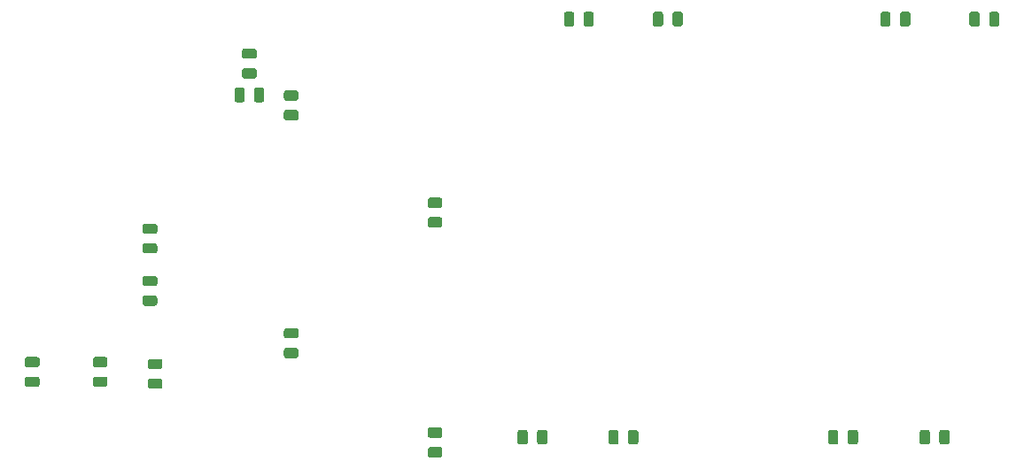
<source format=gbr>
G04 #@! TF.GenerationSoftware,KiCad,Pcbnew,5.1.5*
G04 #@! TF.CreationDate,2020-04-11T18:36:45+02:00*
G04 #@! TF.ProjectId,h_bridge,685f6272-6964-4676-952e-6b696361645f,rev?*
G04 #@! TF.SameCoordinates,Original*
G04 #@! TF.FileFunction,Paste,Top*
G04 #@! TF.FilePolarity,Positive*
%FSLAX46Y46*%
G04 Gerber Fmt 4.6, Leading zero omitted, Abs format (unit mm)*
G04 Created by KiCad (PCBNEW 5.1.5) date 2020-04-11 18:36:45*
%MOMM*%
%LPD*%
G04 APERTURE LIST*
%ADD10C,0.100000*%
G04 APERTURE END LIST*
D10*
G36*
X195830142Y-108551174D02*
G01*
X195853803Y-108554684D01*
X195877007Y-108560496D01*
X195899529Y-108568554D01*
X195921153Y-108578782D01*
X195941670Y-108591079D01*
X195960883Y-108605329D01*
X195978607Y-108621393D01*
X195994671Y-108639117D01*
X196008921Y-108658330D01*
X196021218Y-108678847D01*
X196031446Y-108700471D01*
X196039504Y-108722993D01*
X196045316Y-108746197D01*
X196048826Y-108769858D01*
X196050000Y-108793750D01*
X196050000Y-109706250D01*
X196048826Y-109730142D01*
X196045316Y-109753803D01*
X196039504Y-109777007D01*
X196031446Y-109799529D01*
X196021218Y-109821153D01*
X196008921Y-109841670D01*
X195994671Y-109860883D01*
X195978607Y-109878607D01*
X195960883Y-109894671D01*
X195941670Y-109908921D01*
X195921153Y-109921218D01*
X195899529Y-109931446D01*
X195877007Y-109939504D01*
X195853803Y-109945316D01*
X195830142Y-109948826D01*
X195806250Y-109950000D01*
X195318750Y-109950000D01*
X195294858Y-109948826D01*
X195271197Y-109945316D01*
X195247993Y-109939504D01*
X195225471Y-109931446D01*
X195203847Y-109921218D01*
X195183330Y-109908921D01*
X195164117Y-109894671D01*
X195146393Y-109878607D01*
X195130329Y-109860883D01*
X195116079Y-109841670D01*
X195103782Y-109821153D01*
X195093554Y-109799529D01*
X195085496Y-109777007D01*
X195079684Y-109753803D01*
X195076174Y-109730142D01*
X195075000Y-109706250D01*
X195075000Y-108793750D01*
X195076174Y-108769858D01*
X195079684Y-108746197D01*
X195085496Y-108722993D01*
X195093554Y-108700471D01*
X195103782Y-108678847D01*
X195116079Y-108658330D01*
X195130329Y-108639117D01*
X195146393Y-108621393D01*
X195164117Y-108605329D01*
X195183330Y-108591079D01*
X195203847Y-108578782D01*
X195225471Y-108568554D01*
X195247993Y-108560496D01*
X195271197Y-108554684D01*
X195294858Y-108551174D01*
X195318750Y-108550000D01*
X195806250Y-108550000D01*
X195830142Y-108551174D01*
G37*
G36*
X197705142Y-108551174D02*
G01*
X197728803Y-108554684D01*
X197752007Y-108560496D01*
X197774529Y-108568554D01*
X197796153Y-108578782D01*
X197816670Y-108591079D01*
X197835883Y-108605329D01*
X197853607Y-108621393D01*
X197869671Y-108639117D01*
X197883921Y-108658330D01*
X197896218Y-108678847D01*
X197906446Y-108700471D01*
X197914504Y-108722993D01*
X197920316Y-108746197D01*
X197923826Y-108769858D01*
X197925000Y-108793750D01*
X197925000Y-109706250D01*
X197923826Y-109730142D01*
X197920316Y-109753803D01*
X197914504Y-109777007D01*
X197906446Y-109799529D01*
X197896218Y-109821153D01*
X197883921Y-109841670D01*
X197869671Y-109860883D01*
X197853607Y-109878607D01*
X197835883Y-109894671D01*
X197816670Y-109908921D01*
X197796153Y-109921218D01*
X197774529Y-109931446D01*
X197752007Y-109939504D01*
X197728803Y-109945316D01*
X197705142Y-109948826D01*
X197681250Y-109950000D01*
X197193750Y-109950000D01*
X197169858Y-109948826D01*
X197146197Y-109945316D01*
X197122993Y-109939504D01*
X197100471Y-109931446D01*
X197078847Y-109921218D01*
X197058330Y-109908921D01*
X197039117Y-109894671D01*
X197021393Y-109878607D01*
X197005329Y-109860883D01*
X196991079Y-109841670D01*
X196978782Y-109821153D01*
X196968554Y-109799529D01*
X196960496Y-109777007D01*
X196954684Y-109753803D01*
X196951174Y-109730142D01*
X196950000Y-109706250D01*
X196950000Y-108793750D01*
X196951174Y-108769858D01*
X196954684Y-108746197D01*
X196960496Y-108722993D01*
X196968554Y-108700471D01*
X196978782Y-108678847D01*
X196991079Y-108658330D01*
X197005329Y-108639117D01*
X197021393Y-108621393D01*
X197039117Y-108605329D01*
X197058330Y-108591079D01*
X197078847Y-108578782D01*
X197100471Y-108568554D01*
X197122993Y-108560496D01*
X197146197Y-108554684D01*
X197169858Y-108551174D01*
X197193750Y-108550000D01*
X197681250Y-108550000D01*
X197705142Y-108551174D01*
G37*
G36*
X187330142Y-108551174D02*
G01*
X187353803Y-108554684D01*
X187377007Y-108560496D01*
X187399529Y-108568554D01*
X187421153Y-108578782D01*
X187441670Y-108591079D01*
X187460883Y-108605329D01*
X187478607Y-108621393D01*
X187494671Y-108639117D01*
X187508921Y-108658330D01*
X187521218Y-108678847D01*
X187531446Y-108700471D01*
X187539504Y-108722993D01*
X187545316Y-108746197D01*
X187548826Y-108769858D01*
X187550000Y-108793750D01*
X187550000Y-109706250D01*
X187548826Y-109730142D01*
X187545316Y-109753803D01*
X187539504Y-109777007D01*
X187531446Y-109799529D01*
X187521218Y-109821153D01*
X187508921Y-109841670D01*
X187494671Y-109860883D01*
X187478607Y-109878607D01*
X187460883Y-109894671D01*
X187441670Y-109908921D01*
X187421153Y-109921218D01*
X187399529Y-109931446D01*
X187377007Y-109939504D01*
X187353803Y-109945316D01*
X187330142Y-109948826D01*
X187306250Y-109950000D01*
X186818750Y-109950000D01*
X186794858Y-109948826D01*
X186771197Y-109945316D01*
X186747993Y-109939504D01*
X186725471Y-109931446D01*
X186703847Y-109921218D01*
X186683330Y-109908921D01*
X186664117Y-109894671D01*
X186646393Y-109878607D01*
X186630329Y-109860883D01*
X186616079Y-109841670D01*
X186603782Y-109821153D01*
X186593554Y-109799529D01*
X186585496Y-109777007D01*
X186579684Y-109753803D01*
X186576174Y-109730142D01*
X186575000Y-109706250D01*
X186575000Y-108793750D01*
X186576174Y-108769858D01*
X186579684Y-108746197D01*
X186585496Y-108722993D01*
X186593554Y-108700471D01*
X186603782Y-108678847D01*
X186616079Y-108658330D01*
X186630329Y-108639117D01*
X186646393Y-108621393D01*
X186664117Y-108605329D01*
X186683330Y-108591079D01*
X186703847Y-108578782D01*
X186725471Y-108568554D01*
X186747993Y-108560496D01*
X186771197Y-108554684D01*
X186794858Y-108551174D01*
X186818750Y-108550000D01*
X187306250Y-108550000D01*
X187330142Y-108551174D01*
G37*
G36*
X189205142Y-108551174D02*
G01*
X189228803Y-108554684D01*
X189252007Y-108560496D01*
X189274529Y-108568554D01*
X189296153Y-108578782D01*
X189316670Y-108591079D01*
X189335883Y-108605329D01*
X189353607Y-108621393D01*
X189369671Y-108639117D01*
X189383921Y-108658330D01*
X189396218Y-108678847D01*
X189406446Y-108700471D01*
X189414504Y-108722993D01*
X189420316Y-108746197D01*
X189423826Y-108769858D01*
X189425000Y-108793750D01*
X189425000Y-109706250D01*
X189423826Y-109730142D01*
X189420316Y-109753803D01*
X189414504Y-109777007D01*
X189406446Y-109799529D01*
X189396218Y-109821153D01*
X189383921Y-109841670D01*
X189369671Y-109860883D01*
X189353607Y-109878607D01*
X189335883Y-109894671D01*
X189316670Y-109908921D01*
X189296153Y-109921218D01*
X189274529Y-109931446D01*
X189252007Y-109939504D01*
X189228803Y-109945316D01*
X189205142Y-109948826D01*
X189181250Y-109950000D01*
X188693750Y-109950000D01*
X188669858Y-109948826D01*
X188646197Y-109945316D01*
X188622993Y-109939504D01*
X188600471Y-109931446D01*
X188578847Y-109921218D01*
X188558330Y-109908921D01*
X188539117Y-109894671D01*
X188521393Y-109878607D01*
X188505329Y-109860883D01*
X188491079Y-109841670D01*
X188478782Y-109821153D01*
X188468554Y-109799529D01*
X188460496Y-109777007D01*
X188454684Y-109753803D01*
X188451174Y-109730142D01*
X188450000Y-109706250D01*
X188450000Y-108793750D01*
X188451174Y-108769858D01*
X188454684Y-108746197D01*
X188460496Y-108722993D01*
X188468554Y-108700471D01*
X188478782Y-108678847D01*
X188491079Y-108658330D01*
X188505329Y-108639117D01*
X188521393Y-108621393D01*
X188539117Y-108605329D01*
X188558330Y-108591079D01*
X188578847Y-108578782D01*
X188600471Y-108568554D01*
X188622993Y-108560496D01*
X188646197Y-108554684D01*
X188669858Y-108551174D01*
X188693750Y-108550000D01*
X189181250Y-108550000D01*
X189205142Y-108551174D01*
G37*
G36*
X125580142Y-115801174D02*
G01*
X125603803Y-115804684D01*
X125627007Y-115810496D01*
X125649529Y-115818554D01*
X125671153Y-115828782D01*
X125691670Y-115841079D01*
X125710883Y-115855329D01*
X125728607Y-115871393D01*
X125744671Y-115889117D01*
X125758921Y-115908330D01*
X125771218Y-115928847D01*
X125781446Y-115950471D01*
X125789504Y-115972993D01*
X125795316Y-115996197D01*
X125798826Y-116019858D01*
X125800000Y-116043750D01*
X125800000Y-116956250D01*
X125798826Y-116980142D01*
X125795316Y-117003803D01*
X125789504Y-117027007D01*
X125781446Y-117049529D01*
X125771218Y-117071153D01*
X125758921Y-117091670D01*
X125744671Y-117110883D01*
X125728607Y-117128607D01*
X125710883Y-117144671D01*
X125691670Y-117158921D01*
X125671153Y-117171218D01*
X125649529Y-117181446D01*
X125627007Y-117189504D01*
X125603803Y-117195316D01*
X125580142Y-117198826D01*
X125556250Y-117200000D01*
X125068750Y-117200000D01*
X125044858Y-117198826D01*
X125021197Y-117195316D01*
X124997993Y-117189504D01*
X124975471Y-117181446D01*
X124953847Y-117171218D01*
X124933330Y-117158921D01*
X124914117Y-117144671D01*
X124896393Y-117128607D01*
X124880329Y-117110883D01*
X124866079Y-117091670D01*
X124853782Y-117071153D01*
X124843554Y-117049529D01*
X124835496Y-117027007D01*
X124829684Y-117003803D01*
X124826174Y-116980142D01*
X124825000Y-116956250D01*
X124825000Y-116043750D01*
X124826174Y-116019858D01*
X124829684Y-115996197D01*
X124835496Y-115972993D01*
X124843554Y-115950471D01*
X124853782Y-115928847D01*
X124866079Y-115908330D01*
X124880329Y-115889117D01*
X124896393Y-115871393D01*
X124914117Y-115855329D01*
X124933330Y-115841079D01*
X124953847Y-115828782D01*
X124975471Y-115818554D01*
X124997993Y-115810496D01*
X125021197Y-115804684D01*
X125044858Y-115801174D01*
X125068750Y-115800000D01*
X125556250Y-115800000D01*
X125580142Y-115801174D01*
G37*
G36*
X127455142Y-115801174D02*
G01*
X127478803Y-115804684D01*
X127502007Y-115810496D01*
X127524529Y-115818554D01*
X127546153Y-115828782D01*
X127566670Y-115841079D01*
X127585883Y-115855329D01*
X127603607Y-115871393D01*
X127619671Y-115889117D01*
X127633921Y-115908330D01*
X127646218Y-115928847D01*
X127656446Y-115950471D01*
X127664504Y-115972993D01*
X127670316Y-115996197D01*
X127673826Y-116019858D01*
X127675000Y-116043750D01*
X127675000Y-116956250D01*
X127673826Y-116980142D01*
X127670316Y-117003803D01*
X127664504Y-117027007D01*
X127656446Y-117049529D01*
X127646218Y-117071153D01*
X127633921Y-117091670D01*
X127619671Y-117110883D01*
X127603607Y-117128607D01*
X127585883Y-117144671D01*
X127566670Y-117158921D01*
X127546153Y-117171218D01*
X127524529Y-117181446D01*
X127502007Y-117189504D01*
X127478803Y-117195316D01*
X127455142Y-117198826D01*
X127431250Y-117200000D01*
X126943750Y-117200000D01*
X126919858Y-117198826D01*
X126896197Y-117195316D01*
X126872993Y-117189504D01*
X126850471Y-117181446D01*
X126828847Y-117171218D01*
X126808330Y-117158921D01*
X126789117Y-117144671D01*
X126771393Y-117128607D01*
X126755329Y-117110883D01*
X126741079Y-117091670D01*
X126728782Y-117071153D01*
X126718554Y-117049529D01*
X126710496Y-117027007D01*
X126704684Y-117003803D01*
X126701174Y-116980142D01*
X126700000Y-116956250D01*
X126700000Y-116043750D01*
X126701174Y-116019858D01*
X126704684Y-115996197D01*
X126710496Y-115972993D01*
X126718554Y-115950471D01*
X126728782Y-115928847D01*
X126741079Y-115908330D01*
X126755329Y-115889117D01*
X126771393Y-115871393D01*
X126789117Y-115855329D01*
X126808330Y-115841079D01*
X126828847Y-115828782D01*
X126850471Y-115818554D01*
X126872993Y-115810496D01*
X126896197Y-115804684D01*
X126919858Y-115801174D01*
X126943750Y-115800000D01*
X127431250Y-115800000D01*
X127455142Y-115801174D01*
G37*
G36*
X126730142Y-113951174D02*
G01*
X126753803Y-113954684D01*
X126777007Y-113960496D01*
X126799529Y-113968554D01*
X126821153Y-113978782D01*
X126841670Y-113991079D01*
X126860883Y-114005329D01*
X126878607Y-114021393D01*
X126894671Y-114039117D01*
X126908921Y-114058330D01*
X126921218Y-114078847D01*
X126931446Y-114100471D01*
X126939504Y-114122993D01*
X126945316Y-114146197D01*
X126948826Y-114169858D01*
X126950000Y-114193750D01*
X126950000Y-114681250D01*
X126948826Y-114705142D01*
X126945316Y-114728803D01*
X126939504Y-114752007D01*
X126931446Y-114774529D01*
X126921218Y-114796153D01*
X126908921Y-114816670D01*
X126894671Y-114835883D01*
X126878607Y-114853607D01*
X126860883Y-114869671D01*
X126841670Y-114883921D01*
X126821153Y-114896218D01*
X126799529Y-114906446D01*
X126777007Y-114914504D01*
X126753803Y-114920316D01*
X126730142Y-114923826D01*
X126706250Y-114925000D01*
X125793750Y-114925000D01*
X125769858Y-114923826D01*
X125746197Y-114920316D01*
X125722993Y-114914504D01*
X125700471Y-114906446D01*
X125678847Y-114896218D01*
X125658330Y-114883921D01*
X125639117Y-114869671D01*
X125621393Y-114853607D01*
X125605329Y-114835883D01*
X125591079Y-114816670D01*
X125578782Y-114796153D01*
X125568554Y-114774529D01*
X125560496Y-114752007D01*
X125554684Y-114728803D01*
X125551174Y-114705142D01*
X125550000Y-114681250D01*
X125550000Y-114193750D01*
X125551174Y-114169858D01*
X125554684Y-114146197D01*
X125560496Y-114122993D01*
X125568554Y-114100471D01*
X125578782Y-114078847D01*
X125591079Y-114058330D01*
X125605329Y-114039117D01*
X125621393Y-114021393D01*
X125639117Y-114005329D01*
X125658330Y-113991079D01*
X125678847Y-113978782D01*
X125700471Y-113968554D01*
X125722993Y-113960496D01*
X125746197Y-113954684D01*
X125769858Y-113951174D01*
X125793750Y-113950000D01*
X126706250Y-113950000D01*
X126730142Y-113951174D01*
G37*
G36*
X126730142Y-112076174D02*
G01*
X126753803Y-112079684D01*
X126777007Y-112085496D01*
X126799529Y-112093554D01*
X126821153Y-112103782D01*
X126841670Y-112116079D01*
X126860883Y-112130329D01*
X126878607Y-112146393D01*
X126894671Y-112164117D01*
X126908921Y-112183330D01*
X126921218Y-112203847D01*
X126931446Y-112225471D01*
X126939504Y-112247993D01*
X126945316Y-112271197D01*
X126948826Y-112294858D01*
X126950000Y-112318750D01*
X126950000Y-112806250D01*
X126948826Y-112830142D01*
X126945316Y-112853803D01*
X126939504Y-112877007D01*
X126931446Y-112899529D01*
X126921218Y-112921153D01*
X126908921Y-112941670D01*
X126894671Y-112960883D01*
X126878607Y-112978607D01*
X126860883Y-112994671D01*
X126841670Y-113008921D01*
X126821153Y-113021218D01*
X126799529Y-113031446D01*
X126777007Y-113039504D01*
X126753803Y-113045316D01*
X126730142Y-113048826D01*
X126706250Y-113050000D01*
X125793750Y-113050000D01*
X125769858Y-113048826D01*
X125746197Y-113045316D01*
X125722993Y-113039504D01*
X125700471Y-113031446D01*
X125678847Y-113021218D01*
X125658330Y-113008921D01*
X125639117Y-112994671D01*
X125621393Y-112978607D01*
X125605329Y-112960883D01*
X125591079Y-112941670D01*
X125578782Y-112921153D01*
X125568554Y-112899529D01*
X125560496Y-112877007D01*
X125554684Y-112853803D01*
X125551174Y-112830142D01*
X125550000Y-112806250D01*
X125550000Y-112318750D01*
X125551174Y-112294858D01*
X125554684Y-112271197D01*
X125560496Y-112247993D01*
X125568554Y-112225471D01*
X125578782Y-112203847D01*
X125591079Y-112183330D01*
X125605329Y-112164117D01*
X125621393Y-112146393D01*
X125639117Y-112130329D01*
X125658330Y-112116079D01*
X125678847Y-112103782D01*
X125700471Y-112093554D01*
X125722993Y-112085496D01*
X125746197Y-112079684D01*
X125769858Y-112076174D01*
X125793750Y-112075000D01*
X126706250Y-112075000D01*
X126730142Y-112076174D01*
G37*
G36*
X144480142Y-126326174D02*
G01*
X144503803Y-126329684D01*
X144527007Y-126335496D01*
X144549529Y-126343554D01*
X144571153Y-126353782D01*
X144591670Y-126366079D01*
X144610883Y-126380329D01*
X144628607Y-126396393D01*
X144644671Y-126414117D01*
X144658921Y-126433330D01*
X144671218Y-126453847D01*
X144681446Y-126475471D01*
X144689504Y-126497993D01*
X144695316Y-126521197D01*
X144698826Y-126544858D01*
X144700000Y-126568750D01*
X144700000Y-127056250D01*
X144698826Y-127080142D01*
X144695316Y-127103803D01*
X144689504Y-127127007D01*
X144681446Y-127149529D01*
X144671218Y-127171153D01*
X144658921Y-127191670D01*
X144644671Y-127210883D01*
X144628607Y-127228607D01*
X144610883Y-127244671D01*
X144591670Y-127258921D01*
X144571153Y-127271218D01*
X144549529Y-127281446D01*
X144527007Y-127289504D01*
X144503803Y-127295316D01*
X144480142Y-127298826D01*
X144456250Y-127300000D01*
X143543750Y-127300000D01*
X143519858Y-127298826D01*
X143496197Y-127295316D01*
X143472993Y-127289504D01*
X143450471Y-127281446D01*
X143428847Y-127271218D01*
X143408330Y-127258921D01*
X143389117Y-127244671D01*
X143371393Y-127228607D01*
X143355329Y-127210883D01*
X143341079Y-127191670D01*
X143328782Y-127171153D01*
X143318554Y-127149529D01*
X143310496Y-127127007D01*
X143304684Y-127103803D01*
X143301174Y-127080142D01*
X143300000Y-127056250D01*
X143300000Y-126568750D01*
X143301174Y-126544858D01*
X143304684Y-126521197D01*
X143310496Y-126497993D01*
X143318554Y-126475471D01*
X143328782Y-126453847D01*
X143341079Y-126433330D01*
X143355329Y-126414117D01*
X143371393Y-126396393D01*
X143389117Y-126380329D01*
X143408330Y-126366079D01*
X143428847Y-126353782D01*
X143450471Y-126343554D01*
X143472993Y-126335496D01*
X143496197Y-126329684D01*
X143519858Y-126326174D01*
X143543750Y-126325000D01*
X144456250Y-126325000D01*
X144480142Y-126326174D01*
G37*
G36*
X144480142Y-128201174D02*
G01*
X144503803Y-128204684D01*
X144527007Y-128210496D01*
X144549529Y-128218554D01*
X144571153Y-128228782D01*
X144591670Y-128241079D01*
X144610883Y-128255329D01*
X144628607Y-128271393D01*
X144644671Y-128289117D01*
X144658921Y-128308330D01*
X144671218Y-128328847D01*
X144681446Y-128350471D01*
X144689504Y-128372993D01*
X144695316Y-128396197D01*
X144698826Y-128419858D01*
X144700000Y-128443750D01*
X144700000Y-128931250D01*
X144698826Y-128955142D01*
X144695316Y-128978803D01*
X144689504Y-129002007D01*
X144681446Y-129024529D01*
X144671218Y-129046153D01*
X144658921Y-129066670D01*
X144644671Y-129085883D01*
X144628607Y-129103607D01*
X144610883Y-129119671D01*
X144591670Y-129133921D01*
X144571153Y-129146218D01*
X144549529Y-129156446D01*
X144527007Y-129164504D01*
X144503803Y-129170316D01*
X144480142Y-129173826D01*
X144456250Y-129175000D01*
X143543750Y-129175000D01*
X143519858Y-129173826D01*
X143496197Y-129170316D01*
X143472993Y-129164504D01*
X143450471Y-129156446D01*
X143428847Y-129146218D01*
X143408330Y-129133921D01*
X143389117Y-129119671D01*
X143371393Y-129103607D01*
X143355329Y-129085883D01*
X143341079Y-129066670D01*
X143328782Y-129046153D01*
X143318554Y-129024529D01*
X143310496Y-129002007D01*
X143304684Y-128978803D01*
X143301174Y-128955142D01*
X143300000Y-128931250D01*
X143300000Y-128443750D01*
X143301174Y-128419858D01*
X143304684Y-128396197D01*
X143310496Y-128372993D01*
X143318554Y-128350471D01*
X143328782Y-128328847D01*
X143341079Y-128308330D01*
X143355329Y-128289117D01*
X143371393Y-128271393D01*
X143389117Y-128255329D01*
X143408330Y-128241079D01*
X143428847Y-128228782D01*
X143450471Y-128218554D01*
X143472993Y-128210496D01*
X143496197Y-128204684D01*
X143519858Y-128201174D01*
X143543750Y-128200000D01*
X144456250Y-128200000D01*
X144480142Y-128201174D01*
G37*
G36*
X144480142Y-148326174D02*
G01*
X144503803Y-148329684D01*
X144527007Y-148335496D01*
X144549529Y-148343554D01*
X144571153Y-148353782D01*
X144591670Y-148366079D01*
X144610883Y-148380329D01*
X144628607Y-148396393D01*
X144644671Y-148414117D01*
X144658921Y-148433330D01*
X144671218Y-148453847D01*
X144681446Y-148475471D01*
X144689504Y-148497993D01*
X144695316Y-148521197D01*
X144698826Y-148544858D01*
X144700000Y-148568750D01*
X144700000Y-149056250D01*
X144698826Y-149080142D01*
X144695316Y-149103803D01*
X144689504Y-149127007D01*
X144681446Y-149149529D01*
X144671218Y-149171153D01*
X144658921Y-149191670D01*
X144644671Y-149210883D01*
X144628607Y-149228607D01*
X144610883Y-149244671D01*
X144591670Y-149258921D01*
X144571153Y-149271218D01*
X144549529Y-149281446D01*
X144527007Y-149289504D01*
X144503803Y-149295316D01*
X144480142Y-149298826D01*
X144456250Y-149300000D01*
X143543750Y-149300000D01*
X143519858Y-149298826D01*
X143496197Y-149295316D01*
X143472993Y-149289504D01*
X143450471Y-149281446D01*
X143428847Y-149271218D01*
X143408330Y-149258921D01*
X143389117Y-149244671D01*
X143371393Y-149228607D01*
X143355329Y-149210883D01*
X143341079Y-149191670D01*
X143328782Y-149171153D01*
X143318554Y-149149529D01*
X143310496Y-149127007D01*
X143304684Y-149103803D01*
X143301174Y-149080142D01*
X143300000Y-149056250D01*
X143300000Y-148568750D01*
X143301174Y-148544858D01*
X143304684Y-148521197D01*
X143310496Y-148497993D01*
X143318554Y-148475471D01*
X143328782Y-148453847D01*
X143341079Y-148433330D01*
X143355329Y-148414117D01*
X143371393Y-148396393D01*
X143389117Y-148380329D01*
X143408330Y-148366079D01*
X143428847Y-148353782D01*
X143450471Y-148343554D01*
X143472993Y-148335496D01*
X143496197Y-148329684D01*
X143519858Y-148326174D01*
X143543750Y-148325000D01*
X144456250Y-148325000D01*
X144480142Y-148326174D01*
G37*
G36*
X144480142Y-150201174D02*
G01*
X144503803Y-150204684D01*
X144527007Y-150210496D01*
X144549529Y-150218554D01*
X144571153Y-150228782D01*
X144591670Y-150241079D01*
X144610883Y-150255329D01*
X144628607Y-150271393D01*
X144644671Y-150289117D01*
X144658921Y-150308330D01*
X144671218Y-150328847D01*
X144681446Y-150350471D01*
X144689504Y-150372993D01*
X144695316Y-150396197D01*
X144698826Y-150419858D01*
X144700000Y-150443750D01*
X144700000Y-150931250D01*
X144698826Y-150955142D01*
X144695316Y-150978803D01*
X144689504Y-151002007D01*
X144681446Y-151024529D01*
X144671218Y-151046153D01*
X144658921Y-151066670D01*
X144644671Y-151085883D01*
X144628607Y-151103607D01*
X144610883Y-151119671D01*
X144591670Y-151133921D01*
X144571153Y-151146218D01*
X144549529Y-151156446D01*
X144527007Y-151164504D01*
X144503803Y-151170316D01*
X144480142Y-151173826D01*
X144456250Y-151175000D01*
X143543750Y-151175000D01*
X143519858Y-151173826D01*
X143496197Y-151170316D01*
X143472993Y-151164504D01*
X143450471Y-151156446D01*
X143428847Y-151146218D01*
X143408330Y-151133921D01*
X143389117Y-151119671D01*
X143371393Y-151103607D01*
X143355329Y-151085883D01*
X143341079Y-151066670D01*
X143328782Y-151046153D01*
X143318554Y-151024529D01*
X143310496Y-151002007D01*
X143304684Y-150978803D01*
X143301174Y-150955142D01*
X143300000Y-150931250D01*
X143300000Y-150443750D01*
X143301174Y-150419858D01*
X143304684Y-150396197D01*
X143310496Y-150372993D01*
X143318554Y-150350471D01*
X143328782Y-150328847D01*
X143341079Y-150308330D01*
X143355329Y-150289117D01*
X143371393Y-150271393D01*
X143389117Y-150255329D01*
X143408330Y-150241079D01*
X143428847Y-150228782D01*
X143450471Y-150218554D01*
X143472993Y-150210496D01*
X143496197Y-150204684D01*
X143519858Y-150201174D01*
X143543750Y-150200000D01*
X144456250Y-150200000D01*
X144480142Y-150201174D01*
G37*
G36*
X105980142Y-143451174D02*
G01*
X106003803Y-143454684D01*
X106027007Y-143460496D01*
X106049529Y-143468554D01*
X106071153Y-143478782D01*
X106091670Y-143491079D01*
X106110883Y-143505329D01*
X106128607Y-143521393D01*
X106144671Y-143539117D01*
X106158921Y-143558330D01*
X106171218Y-143578847D01*
X106181446Y-143600471D01*
X106189504Y-143622993D01*
X106195316Y-143646197D01*
X106198826Y-143669858D01*
X106200000Y-143693750D01*
X106200000Y-144181250D01*
X106198826Y-144205142D01*
X106195316Y-144228803D01*
X106189504Y-144252007D01*
X106181446Y-144274529D01*
X106171218Y-144296153D01*
X106158921Y-144316670D01*
X106144671Y-144335883D01*
X106128607Y-144353607D01*
X106110883Y-144369671D01*
X106091670Y-144383921D01*
X106071153Y-144396218D01*
X106049529Y-144406446D01*
X106027007Y-144414504D01*
X106003803Y-144420316D01*
X105980142Y-144423826D01*
X105956250Y-144425000D01*
X105043750Y-144425000D01*
X105019858Y-144423826D01*
X104996197Y-144420316D01*
X104972993Y-144414504D01*
X104950471Y-144406446D01*
X104928847Y-144396218D01*
X104908330Y-144383921D01*
X104889117Y-144369671D01*
X104871393Y-144353607D01*
X104855329Y-144335883D01*
X104841079Y-144316670D01*
X104828782Y-144296153D01*
X104818554Y-144274529D01*
X104810496Y-144252007D01*
X104804684Y-144228803D01*
X104801174Y-144205142D01*
X104800000Y-144181250D01*
X104800000Y-143693750D01*
X104801174Y-143669858D01*
X104804684Y-143646197D01*
X104810496Y-143622993D01*
X104818554Y-143600471D01*
X104828782Y-143578847D01*
X104841079Y-143558330D01*
X104855329Y-143539117D01*
X104871393Y-143521393D01*
X104889117Y-143505329D01*
X104908330Y-143491079D01*
X104928847Y-143478782D01*
X104950471Y-143468554D01*
X104972993Y-143460496D01*
X104996197Y-143454684D01*
X105019858Y-143451174D01*
X105043750Y-143450000D01*
X105956250Y-143450000D01*
X105980142Y-143451174D01*
G37*
G36*
X105980142Y-141576174D02*
G01*
X106003803Y-141579684D01*
X106027007Y-141585496D01*
X106049529Y-141593554D01*
X106071153Y-141603782D01*
X106091670Y-141616079D01*
X106110883Y-141630329D01*
X106128607Y-141646393D01*
X106144671Y-141664117D01*
X106158921Y-141683330D01*
X106171218Y-141703847D01*
X106181446Y-141725471D01*
X106189504Y-141747993D01*
X106195316Y-141771197D01*
X106198826Y-141794858D01*
X106200000Y-141818750D01*
X106200000Y-142306250D01*
X106198826Y-142330142D01*
X106195316Y-142353803D01*
X106189504Y-142377007D01*
X106181446Y-142399529D01*
X106171218Y-142421153D01*
X106158921Y-142441670D01*
X106144671Y-142460883D01*
X106128607Y-142478607D01*
X106110883Y-142494671D01*
X106091670Y-142508921D01*
X106071153Y-142521218D01*
X106049529Y-142531446D01*
X106027007Y-142539504D01*
X106003803Y-142545316D01*
X105980142Y-142548826D01*
X105956250Y-142550000D01*
X105043750Y-142550000D01*
X105019858Y-142548826D01*
X104996197Y-142545316D01*
X104972993Y-142539504D01*
X104950471Y-142531446D01*
X104928847Y-142521218D01*
X104908330Y-142508921D01*
X104889117Y-142494671D01*
X104871393Y-142478607D01*
X104855329Y-142460883D01*
X104841079Y-142441670D01*
X104828782Y-142421153D01*
X104818554Y-142399529D01*
X104810496Y-142377007D01*
X104804684Y-142353803D01*
X104801174Y-142330142D01*
X104800000Y-142306250D01*
X104800000Y-141818750D01*
X104801174Y-141794858D01*
X104804684Y-141771197D01*
X104810496Y-141747993D01*
X104818554Y-141725471D01*
X104828782Y-141703847D01*
X104841079Y-141683330D01*
X104855329Y-141664117D01*
X104871393Y-141646393D01*
X104889117Y-141630329D01*
X104908330Y-141616079D01*
X104928847Y-141603782D01*
X104950471Y-141593554D01*
X104972993Y-141585496D01*
X104996197Y-141579684D01*
X105019858Y-141576174D01*
X105043750Y-141575000D01*
X105956250Y-141575000D01*
X105980142Y-141576174D01*
G37*
G36*
X112480142Y-141576174D02*
G01*
X112503803Y-141579684D01*
X112527007Y-141585496D01*
X112549529Y-141593554D01*
X112571153Y-141603782D01*
X112591670Y-141616079D01*
X112610883Y-141630329D01*
X112628607Y-141646393D01*
X112644671Y-141664117D01*
X112658921Y-141683330D01*
X112671218Y-141703847D01*
X112681446Y-141725471D01*
X112689504Y-141747993D01*
X112695316Y-141771197D01*
X112698826Y-141794858D01*
X112700000Y-141818750D01*
X112700000Y-142306250D01*
X112698826Y-142330142D01*
X112695316Y-142353803D01*
X112689504Y-142377007D01*
X112681446Y-142399529D01*
X112671218Y-142421153D01*
X112658921Y-142441670D01*
X112644671Y-142460883D01*
X112628607Y-142478607D01*
X112610883Y-142494671D01*
X112591670Y-142508921D01*
X112571153Y-142521218D01*
X112549529Y-142531446D01*
X112527007Y-142539504D01*
X112503803Y-142545316D01*
X112480142Y-142548826D01*
X112456250Y-142550000D01*
X111543750Y-142550000D01*
X111519858Y-142548826D01*
X111496197Y-142545316D01*
X111472993Y-142539504D01*
X111450471Y-142531446D01*
X111428847Y-142521218D01*
X111408330Y-142508921D01*
X111389117Y-142494671D01*
X111371393Y-142478607D01*
X111355329Y-142460883D01*
X111341079Y-142441670D01*
X111328782Y-142421153D01*
X111318554Y-142399529D01*
X111310496Y-142377007D01*
X111304684Y-142353803D01*
X111301174Y-142330142D01*
X111300000Y-142306250D01*
X111300000Y-141818750D01*
X111301174Y-141794858D01*
X111304684Y-141771197D01*
X111310496Y-141747993D01*
X111318554Y-141725471D01*
X111328782Y-141703847D01*
X111341079Y-141683330D01*
X111355329Y-141664117D01*
X111371393Y-141646393D01*
X111389117Y-141630329D01*
X111408330Y-141616079D01*
X111428847Y-141603782D01*
X111450471Y-141593554D01*
X111472993Y-141585496D01*
X111496197Y-141579684D01*
X111519858Y-141576174D01*
X111543750Y-141575000D01*
X112456250Y-141575000D01*
X112480142Y-141576174D01*
G37*
G36*
X112480142Y-143451174D02*
G01*
X112503803Y-143454684D01*
X112527007Y-143460496D01*
X112549529Y-143468554D01*
X112571153Y-143478782D01*
X112591670Y-143491079D01*
X112610883Y-143505329D01*
X112628607Y-143521393D01*
X112644671Y-143539117D01*
X112658921Y-143558330D01*
X112671218Y-143578847D01*
X112681446Y-143600471D01*
X112689504Y-143622993D01*
X112695316Y-143646197D01*
X112698826Y-143669858D01*
X112700000Y-143693750D01*
X112700000Y-144181250D01*
X112698826Y-144205142D01*
X112695316Y-144228803D01*
X112689504Y-144252007D01*
X112681446Y-144274529D01*
X112671218Y-144296153D01*
X112658921Y-144316670D01*
X112644671Y-144335883D01*
X112628607Y-144353607D01*
X112610883Y-144369671D01*
X112591670Y-144383921D01*
X112571153Y-144396218D01*
X112549529Y-144406446D01*
X112527007Y-144414504D01*
X112503803Y-144420316D01*
X112480142Y-144423826D01*
X112456250Y-144425000D01*
X111543750Y-144425000D01*
X111519858Y-144423826D01*
X111496197Y-144420316D01*
X111472993Y-144414504D01*
X111450471Y-144406446D01*
X111428847Y-144396218D01*
X111408330Y-144383921D01*
X111389117Y-144369671D01*
X111371393Y-144353607D01*
X111355329Y-144335883D01*
X111341079Y-144316670D01*
X111328782Y-144296153D01*
X111318554Y-144274529D01*
X111310496Y-144252007D01*
X111304684Y-144228803D01*
X111301174Y-144205142D01*
X111300000Y-144181250D01*
X111300000Y-143693750D01*
X111301174Y-143669858D01*
X111304684Y-143646197D01*
X111310496Y-143622993D01*
X111318554Y-143600471D01*
X111328782Y-143578847D01*
X111341079Y-143558330D01*
X111355329Y-143539117D01*
X111371393Y-143521393D01*
X111389117Y-143505329D01*
X111408330Y-143491079D01*
X111428847Y-143478782D01*
X111450471Y-143468554D01*
X111472993Y-143460496D01*
X111496197Y-143454684D01*
X111519858Y-143451174D01*
X111543750Y-143450000D01*
X112456250Y-143450000D01*
X112480142Y-143451174D01*
G37*
G36*
X117230142Y-130701174D02*
G01*
X117253803Y-130704684D01*
X117277007Y-130710496D01*
X117299529Y-130718554D01*
X117321153Y-130728782D01*
X117341670Y-130741079D01*
X117360883Y-130755329D01*
X117378607Y-130771393D01*
X117394671Y-130789117D01*
X117408921Y-130808330D01*
X117421218Y-130828847D01*
X117431446Y-130850471D01*
X117439504Y-130872993D01*
X117445316Y-130896197D01*
X117448826Y-130919858D01*
X117450000Y-130943750D01*
X117450000Y-131431250D01*
X117448826Y-131455142D01*
X117445316Y-131478803D01*
X117439504Y-131502007D01*
X117431446Y-131524529D01*
X117421218Y-131546153D01*
X117408921Y-131566670D01*
X117394671Y-131585883D01*
X117378607Y-131603607D01*
X117360883Y-131619671D01*
X117341670Y-131633921D01*
X117321153Y-131646218D01*
X117299529Y-131656446D01*
X117277007Y-131664504D01*
X117253803Y-131670316D01*
X117230142Y-131673826D01*
X117206250Y-131675000D01*
X116293750Y-131675000D01*
X116269858Y-131673826D01*
X116246197Y-131670316D01*
X116222993Y-131664504D01*
X116200471Y-131656446D01*
X116178847Y-131646218D01*
X116158330Y-131633921D01*
X116139117Y-131619671D01*
X116121393Y-131603607D01*
X116105329Y-131585883D01*
X116091079Y-131566670D01*
X116078782Y-131546153D01*
X116068554Y-131524529D01*
X116060496Y-131502007D01*
X116054684Y-131478803D01*
X116051174Y-131455142D01*
X116050000Y-131431250D01*
X116050000Y-130943750D01*
X116051174Y-130919858D01*
X116054684Y-130896197D01*
X116060496Y-130872993D01*
X116068554Y-130850471D01*
X116078782Y-130828847D01*
X116091079Y-130808330D01*
X116105329Y-130789117D01*
X116121393Y-130771393D01*
X116139117Y-130755329D01*
X116158330Y-130741079D01*
X116178847Y-130728782D01*
X116200471Y-130718554D01*
X116222993Y-130710496D01*
X116246197Y-130704684D01*
X116269858Y-130701174D01*
X116293750Y-130700000D01*
X117206250Y-130700000D01*
X117230142Y-130701174D01*
G37*
G36*
X117230142Y-128826174D02*
G01*
X117253803Y-128829684D01*
X117277007Y-128835496D01*
X117299529Y-128843554D01*
X117321153Y-128853782D01*
X117341670Y-128866079D01*
X117360883Y-128880329D01*
X117378607Y-128896393D01*
X117394671Y-128914117D01*
X117408921Y-128933330D01*
X117421218Y-128953847D01*
X117431446Y-128975471D01*
X117439504Y-128997993D01*
X117445316Y-129021197D01*
X117448826Y-129044858D01*
X117450000Y-129068750D01*
X117450000Y-129556250D01*
X117448826Y-129580142D01*
X117445316Y-129603803D01*
X117439504Y-129627007D01*
X117431446Y-129649529D01*
X117421218Y-129671153D01*
X117408921Y-129691670D01*
X117394671Y-129710883D01*
X117378607Y-129728607D01*
X117360883Y-129744671D01*
X117341670Y-129758921D01*
X117321153Y-129771218D01*
X117299529Y-129781446D01*
X117277007Y-129789504D01*
X117253803Y-129795316D01*
X117230142Y-129798826D01*
X117206250Y-129800000D01*
X116293750Y-129800000D01*
X116269858Y-129798826D01*
X116246197Y-129795316D01*
X116222993Y-129789504D01*
X116200471Y-129781446D01*
X116178847Y-129771218D01*
X116158330Y-129758921D01*
X116139117Y-129744671D01*
X116121393Y-129728607D01*
X116105329Y-129710883D01*
X116091079Y-129691670D01*
X116078782Y-129671153D01*
X116068554Y-129649529D01*
X116060496Y-129627007D01*
X116054684Y-129603803D01*
X116051174Y-129580142D01*
X116050000Y-129556250D01*
X116050000Y-129068750D01*
X116051174Y-129044858D01*
X116054684Y-129021197D01*
X116060496Y-128997993D01*
X116068554Y-128975471D01*
X116078782Y-128953847D01*
X116091079Y-128933330D01*
X116105329Y-128914117D01*
X116121393Y-128896393D01*
X116139117Y-128880329D01*
X116158330Y-128866079D01*
X116178847Y-128853782D01*
X116200471Y-128843554D01*
X116222993Y-128835496D01*
X116246197Y-128829684D01*
X116269858Y-128826174D01*
X116293750Y-128825000D01*
X117206250Y-128825000D01*
X117230142Y-128826174D01*
G37*
G36*
X117230142Y-135701174D02*
G01*
X117253803Y-135704684D01*
X117277007Y-135710496D01*
X117299529Y-135718554D01*
X117321153Y-135728782D01*
X117341670Y-135741079D01*
X117360883Y-135755329D01*
X117378607Y-135771393D01*
X117394671Y-135789117D01*
X117408921Y-135808330D01*
X117421218Y-135828847D01*
X117431446Y-135850471D01*
X117439504Y-135872993D01*
X117445316Y-135896197D01*
X117448826Y-135919858D01*
X117450000Y-135943750D01*
X117450000Y-136431250D01*
X117448826Y-136455142D01*
X117445316Y-136478803D01*
X117439504Y-136502007D01*
X117431446Y-136524529D01*
X117421218Y-136546153D01*
X117408921Y-136566670D01*
X117394671Y-136585883D01*
X117378607Y-136603607D01*
X117360883Y-136619671D01*
X117341670Y-136633921D01*
X117321153Y-136646218D01*
X117299529Y-136656446D01*
X117277007Y-136664504D01*
X117253803Y-136670316D01*
X117230142Y-136673826D01*
X117206250Y-136675000D01*
X116293750Y-136675000D01*
X116269858Y-136673826D01*
X116246197Y-136670316D01*
X116222993Y-136664504D01*
X116200471Y-136656446D01*
X116178847Y-136646218D01*
X116158330Y-136633921D01*
X116139117Y-136619671D01*
X116121393Y-136603607D01*
X116105329Y-136585883D01*
X116091079Y-136566670D01*
X116078782Y-136546153D01*
X116068554Y-136524529D01*
X116060496Y-136502007D01*
X116054684Y-136478803D01*
X116051174Y-136455142D01*
X116050000Y-136431250D01*
X116050000Y-135943750D01*
X116051174Y-135919858D01*
X116054684Y-135896197D01*
X116060496Y-135872993D01*
X116068554Y-135850471D01*
X116078782Y-135828847D01*
X116091079Y-135808330D01*
X116105329Y-135789117D01*
X116121393Y-135771393D01*
X116139117Y-135755329D01*
X116158330Y-135741079D01*
X116178847Y-135728782D01*
X116200471Y-135718554D01*
X116222993Y-135710496D01*
X116246197Y-135704684D01*
X116269858Y-135701174D01*
X116293750Y-135700000D01*
X117206250Y-135700000D01*
X117230142Y-135701174D01*
G37*
G36*
X117230142Y-133826174D02*
G01*
X117253803Y-133829684D01*
X117277007Y-133835496D01*
X117299529Y-133843554D01*
X117321153Y-133853782D01*
X117341670Y-133866079D01*
X117360883Y-133880329D01*
X117378607Y-133896393D01*
X117394671Y-133914117D01*
X117408921Y-133933330D01*
X117421218Y-133953847D01*
X117431446Y-133975471D01*
X117439504Y-133997993D01*
X117445316Y-134021197D01*
X117448826Y-134044858D01*
X117450000Y-134068750D01*
X117450000Y-134556250D01*
X117448826Y-134580142D01*
X117445316Y-134603803D01*
X117439504Y-134627007D01*
X117431446Y-134649529D01*
X117421218Y-134671153D01*
X117408921Y-134691670D01*
X117394671Y-134710883D01*
X117378607Y-134728607D01*
X117360883Y-134744671D01*
X117341670Y-134758921D01*
X117321153Y-134771218D01*
X117299529Y-134781446D01*
X117277007Y-134789504D01*
X117253803Y-134795316D01*
X117230142Y-134798826D01*
X117206250Y-134800000D01*
X116293750Y-134800000D01*
X116269858Y-134798826D01*
X116246197Y-134795316D01*
X116222993Y-134789504D01*
X116200471Y-134781446D01*
X116178847Y-134771218D01*
X116158330Y-134758921D01*
X116139117Y-134744671D01*
X116121393Y-134728607D01*
X116105329Y-134710883D01*
X116091079Y-134691670D01*
X116078782Y-134671153D01*
X116068554Y-134649529D01*
X116060496Y-134627007D01*
X116054684Y-134603803D01*
X116051174Y-134580142D01*
X116050000Y-134556250D01*
X116050000Y-134068750D01*
X116051174Y-134044858D01*
X116054684Y-134021197D01*
X116060496Y-133997993D01*
X116068554Y-133975471D01*
X116078782Y-133953847D01*
X116091079Y-133933330D01*
X116105329Y-133914117D01*
X116121393Y-133896393D01*
X116139117Y-133880329D01*
X116158330Y-133866079D01*
X116178847Y-133853782D01*
X116200471Y-133843554D01*
X116222993Y-133835496D01*
X116246197Y-133829684D01*
X116269858Y-133826174D01*
X116293750Y-133825000D01*
X117206250Y-133825000D01*
X117230142Y-133826174D01*
G37*
G36*
X117730142Y-141763674D02*
G01*
X117753803Y-141767184D01*
X117777007Y-141772996D01*
X117799529Y-141781054D01*
X117821153Y-141791282D01*
X117841670Y-141803579D01*
X117860883Y-141817829D01*
X117878607Y-141833893D01*
X117894671Y-141851617D01*
X117908921Y-141870830D01*
X117921218Y-141891347D01*
X117931446Y-141912971D01*
X117939504Y-141935493D01*
X117945316Y-141958697D01*
X117948826Y-141982358D01*
X117950000Y-142006250D01*
X117950000Y-142493750D01*
X117948826Y-142517642D01*
X117945316Y-142541303D01*
X117939504Y-142564507D01*
X117931446Y-142587029D01*
X117921218Y-142608653D01*
X117908921Y-142629170D01*
X117894671Y-142648383D01*
X117878607Y-142666107D01*
X117860883Y-142682171D01*
X117841670Y-142696421D01*
X117821153Y-142708718D01*
X117799529Y-142718946D01*
X117777007Y-142727004D01*
X117753803Y-142732816D01*
X117730142Y-142736326D01*
X117706250Y-142737500D01*
X116793750Y-142737500D01*
X116769858Y-142736326D01*
X116746197Y-142732816D01*
X116722993Y-142727004D01*
X116700471Y-142718946D01*
X116678847Y-142708718D01*
X116658330Y-142696421D01*
X116639117Y-142682171D01*
X116621393Y-142666107D01*
X116605329Y-142648383D01*
X116591079Y-142629170D01*
X116578782Y-142608653D01*
X116568554Y-142587029D01*
X116560496Y-142564507D01*
X116554684Y-142541303D01*
X116551174Y-142517642D01*
X116550000Y-142493750D01*
X116550000Y-142006250D01*
X116551174Y-141982358D01*
X116554684Y-141958697D01*
X116560496Y-141935493D01*
X116568554Y-141912971D01*
X116578782Y-141891347D01*
X116591079Y-141870830D01*
X116605329Y-141851617D01*
X116621393Y-141833893D01*
X116639117Y-141817829D01*
X116658330Y-141803579D01*
X116678847Y-141791282D01*
X116700471Y-141781054D01*
X116722993Y-141772996D01*
X116746197Y-141767184D01*
X116769858Y-141763674D01*
X116793750Y-141762500D01*
X117706250Y-141762500D01*
X117730142Y-141763674D01*
G37*
G36*
X117730142Y-143638674D02*
G01*
X117753803Y-143642184D01*
X117777007Y-143647996D01*
X117799529Y-143656054D01*
X117821153Y-143666282D01*
X117841670Y-143678579D01*
X117860883Y-143692829D01*
X117878607Y-143708893D01*
X117894671Y-143726617D01*
X117908921Y-143745830D01*
X117921218Y-143766347D01*
X117931446Y-143787971D01*
X117939504Y-143810493D01*
X117945316Y-143833697D01*
X117948826Y-143857358D01*
X117950000Y-143881250D01*
X117950000Y-144368750D01*
X117948826Y-144392642D01*
X117945316Y-144416303D01*
X117939504Y-144439507D01*
X117931446Y-144462029D01*
X117921218Y-144483653D01*
X117908921Y-144504170D01*
X117894671Y-144523383D01*
X117878607Y-144541107D01*
X117860883Y-144557171D01*
X117841670Y-144571421D01*
X117821153Y-144583718D01*
X117799529Y-144593946D01*
X117777007Y-144602004D01*
X117753803Y-144607816D01*
X117730142Y-144611326D01*
X117706250Y-144612500D01*
X116793750Y-144612500D01*
X116769858Y-144611326D01*
X116746197Y-144607816D01*
X116722993Y-144602004D01*
X116700471Y-144593946D01*
X116678847Y-144583718D01*
X116658330Y-144571421D01*
X116639117Y-144557171D01*
X116621393Y-144541107D01*
X116605329Y-144523383D01*
X116591079Y-144504170D01*
X116578782Y-144483653D01*
X116568554Y-144462029D01*
X116560496Y-144439507D01*
X116554684Y-144416303D01*
X116551174Y-144392642D01*
X116550000Y-144368750D01*
X116550000Y-143881250D01*
X116551174Y-143857358D01*
X116554684Y-143833697D01*
X116560496Y-143810493D01*
X116568554Y-143787971D01*
X116578782Y-143766347D01*
X116591079Y-143745830D01*
X116605329Y-143726617D01*
X116621393Y-143708893D01*
X116639117Y-143692829D01*
X116658330Y-143678579D01*
X116678847Y-143666282D01*
X116700471Y-143656054D01*
X116722993Y-143647996D01*
X116746197Y-143642184D01*
X116769858Y-143638674D01*
X116793750Y-143637500D01*
X117706250Y-143637500D01*
X117730142Y-143638674D01*
G37*
G36*
X130730142Y-117951174D02*
G01*
X130753803Y-117954684D01*
X130777007Y-117960496D01*
X130799529Y-117968554D01*
X130821153Y-117978782D01*
X130841670Y-117991079D01*
X130860883Y-118005329D01*
X130878607Y-118021393D01*
X130894671Y-118039117D01*
X130908921Y-118058330D01*
X130921218Y-118078847D01*
X130931446Y-118100471D01*
X130939504Y-118122993D01*
X130945316Y-118146197D01*
X130948826Y-118169858D01*
X130950000Y-118193750D01*
X130950000Y-118681250D01*
X130948826Y-118705142D01*
X130945316Y-118728803D01*
X130939504Y-118752007D01*
X130931446Y-118774529D01*
X130921218Y-118796153D01*
X130908921Y-118816670D01*
X130894671Y-118835883D01*
X130878607Y-118853607D01*
X130860883Y-118869671D01*
X130841670Y-118883921D01*
X130821153Y-118896218D01*
X130799529Y-118906446D01*
X130777007Y-118914504D01*
X130753803Y-118920316D01*
X130730142Y-118923826D01*
X130706250Y-118925000D01*
X129793750Y-118925000D01*
X129769858Y-118923826D01*
X129746197Y-118920316D01*
X129722993Y-118914504D01*
X129700471Y-118906446D01*
X129678847Y-118896218D01*
X129658330Y-118883921D01*
X129639117Y-118869671D01*
X129621393Y-118853607D01*
X129605329Y-118835883D01*
X129591079Y-118816670D01*
X129578782Y-118796153D01*
X129568554Y-118774529D01*
X129560496Y-118752007D01*
X129554684Y-118728803D01*
X129551174Y-118705142D01*
X129550000Y-118681250D01*
X129550000Y-118193750D01*
X129551174Y-118169858D01*
X129554684Y-118146197D01*
X129560496Y-118122993D01*
X129568554Y-118100471D01*
X129578782Y-118078847D01*
X129591079Y-118058330D01*
X129605329Y-118039117D01*
X129621393Y-118021393D01*
X129639117Y-118005329D01*
X129658330Y-117991079D01*
X129678847Y-117978782D01*
X129700471Y-117968554D01*
X129722993Y-117960496D01*
X129746197Y-117954684D01*
X129769858Y-117951174D01*
X129793750Y-117950000D01*
X130706250Y-117950000D01*
X130730142Y-117951174D01*
G37*
G36*
X130730142Y-116076174D02*
G01*
X130753803Y-116079684D01*
X130777007Y-116085496D01*
X130799529Y-116093554D01*
X130821153Y-116103782D01*
X130841670Y-116116079D01*
X130860883Y-116130329D01*
X130878607Y-116146393D01*
X130894671Y-116164117D01*
X130908921Y-116183330D01*
X130921218Y-116203847D01*
X130931446Y-116225471D01*
X130939504Y-116247993D01*
X130945316Y-116271197D01*
X130948826Y-116294858D01*
X130950000Y-116318750D01*
X130950000Y-116806250D01*
X130948826Y-116830142D01*
X130945316Y-116853803D01*
X130939504Y-116877007D01*
X130931446Y-116899529D01*
X130921218Y-116921153D01*
X130908921Y-116941670D01*
X130894671Y-116960883D01*
X130878607Y-116978607D01*
X130860883Y-116994671D01*
X130841670Y-117008921D01*
X130821153Y-117021218D01*
X130799529Y-117031446D01*
X130777007Y-117039504D01*
X130753803Y-117045316D01*
X130730142Y-117048826D01*
X130706250Y-117050000D01*
X129793750Y-117050000D01*
X129769858Y-117048826D01*
X129746197Y-117045316D01*
X129722993Y-117039504D01*
X129700471Y-117031446D01*
X129678847Y-117021218D01*
X129658330Y-117008921D01*
X129639117Y-116994671D01*
X129621393Y-116978607D01*
X129605329Y-116960883D01*
X129591079Y-116941670D01*
X129578782Y-116921153D01*
X129568554Y-116899529D01*
X129560496Y-116877007D01*
X129554684Y-116853803D01*
X129551174Y-116830142D01*
X129550000Y-116806250D01*
X129550000Y-116318750D01*
X129551174Y-116294858D01*
X129554684Y-116271197D01*
X129560496Y-116247993D01*
X129568554Y-116225471D01*
X129578782Y-116203847D01*
X129591079Y-116183330D01*
X129605329Y-116164117D01*
X129621393Y-116146393D01*
X129639117Y-116130329D01*
X129658330Y-116116079D01*
X129678847Y-116103782D01*
X129700471Y-116093554D01*
X129722993Y-116085496D01*
X129746197Y-116079684D01*
X129769858Y-116076174D01*
X129793750Y-116075000D01*
X130706250Y-116075000D01*
X130730142Y-116076174D01*
G37*
G36*
X167455142Y-108551174D02*
G01*
X167478803Y-108554684D01*
X167502007Y-108560496D01*
X167524529Y-108568554D01*
X167546153Y-108578782D01*
X167566670Y-108591079D01*
X167585883Y-108605329D01*
X167603607Y-108621393D01*
X167619671Y-108639117D01*
X167633921Y-108658330D01*
X167646218Y-108678847D01*
X167656446Y-108700471D01*
X167664504Y-108722993D01*
X167670316Y-108746197D01*
X167673826Y-108769858D01*
X167675000Y-108793750D01*
X167675000Y-109706250D01*
X167673826Y-109730142D01*
X167670316Y-109753803D01*
X167664504Y-109777007D01*
X167656446Y-109799529D01*
X167646218Y-109821153D01*
X167633921Y-109841670D01*
X167619671Y-109860883D01*
X167603607Y-109878607D01*
X167585883Y-109894671D01*
X167566670Y-109908921D01*
X167546153Y-109921218D01*
X167524529Y-109931446D01*
X167502007Y-109939504D01*
X167478803Y-109945316D01*
X167455142Y-109948826D01*
X167431250Y-109950000D01*
X166943750Y-109950000D01*
X166919858Y-109948826D01*
X166896197Y-109945316D01*
X166872993Y-109939504D01*
X166850471Y-109931446D01*
X166828847Y-109921218D01*
X166808330Y-109908921D01*
X166789117Y-109894671D01*
X166771393Y-109878607D01*
X166755329Y-109860883D01*
X166741079Y-109841670D01*
X166728782Y-109821153D01*
X166718554Y-109799529D01*
X166710496Y-109777007D01*
X166704684Y-109753803D01*
X166701174Y-109730142D01*
X166700000Y-109706250D01*
X166700000Y-108793750D01*
X166701174Y-108769858D01*
X166704684Y-108746197D01*
X166710496Y-108722993D01*
X166718554Y-108700471D01*
X166728782Y-108678847D01*
X166741079Y-108658330D01*
X166755329Y-108639117D01*
X166771393Y-108621393D01*
X166789117Y-108605329D01*
X166808330Y-108591079D01*
X166828847Y-108578782D01*
X166850471Y-108568554D01*
X166872993Y-108560496D01*
X166896197Y-108554684D01*
X166919858Y-108551174D01*
X166943750Y-108550000D01*
X167431250Y-108550000D01*
X167455142Y-108551174D01*
G37*
G36*
X165580142Y-108551174D02*
G01*
X165603803Y-108554684D01*
X165627007Y-108560496D01*
X165649529Y-108568554D01*
X165671153Y-108578782D01*
X165691670Y-108591079D01*
X165710883Y-108605329D01*
X165728607Y-108621393D01*
X165744671Y-108639117D01*
X165758921Y-108658330D01*
X165771218Y-108678847D01*
X165781446Y-108700471D01*
X165789504Y-108722993D01*
X165795316Y-108746197D01*
X165798826Y-108769858D01*
X165800000Y-108793750D01*
X165800000Y-109706250D01*
X165798826Y-109730142D01*
X165795316Y-109753803D01*
X165789504Y-109777007D01*
X165781446Y-109799529D01*
X165771218Y-109821153D01*
X165758921Y-109841670D01*
X165744671Y-109860883D01*
X165728607Y-109878607D01*
X165710883Y-109894671D01*
X165691670Y-109908921D01*
X165671153Y-109921218D01*
X165649529Y-109931446D01*
X165627007Y-109939504D01*
X165603803Y-109945316D01*
X165580142Y-109948826D01*
X165556250Y-109950000D01*
X165068750Y-109950000D01*
X165044858Y-109948826D01*
X165021197Y-109945316D01*
X164997993Y-109939504D01*
X164975471Y-109931446D01*
X164953847Y-109921218D01*
X164933330Y-109908921D01*
X164914117Y-109894671D01*
X164896393Y-109878607D01*
X164880329Y-109860883D01*
X164866079Y-109841670D01*
X164853782Y-109821153D01*
X164843554Y-109799529D01*
X164835496Y-109777007D01*
X164829684Y-109753803D01*
X164826174Y-109730142D01*
X164825000Y-109706250D01*
X164825000Y-108793750D01*
X164826174Y-108769858D01*
X164829684Y-108746197D01*
X164835496Y-108722993D01*
X164843554Y-108700471D01*
X164853782Y-108678847D01*
X164866079Y-108658330D01*
X164880329Y-108639117D01*
X164896393Y-108621393D01*
X164914117Y-108605329D01*
X164933330Y-108591079D01*
X164953847Y-108578782D01*
X164975471Y-108568554D01*
X164997993Y-108560496D01*
X165021197Y-108554684D01*
X165044858Y-108551174D01*
X165068750Y-108550000D01*
X165556250Y-108550000D01*
X165580142Y-108551174D01*
G37*
G36*
X158955142Y-108551174D02*
G01*
X158978803Y-108554684D01*
X159002007Y-108560496D01*
X159024529Y-108568554D01*
X159046153Y-108578782D01*
X159066670Y-108591079D01*
X159085883Y-108605329D01*
X159103607Y-108621393D01*
X159119671Y-108639117D01*
X159133921Y-108658330D01*
X159146218Y-108678847D01*
X159156446Y-108700471D01*
X159164504Y-108722993D01*
X159170316Y-108746197D01*
X159173826Y-108769858D01*
X159175000Y-108793750D01*
X159175000Y-109706250D01*
X159173826Y-109730142D01*
X159170316Y-109753803D01*
X159164504Y-109777007D01*
X159156446Y-109799529D01*
X159146218Y-109821153D01*
X159133921Y-109841670D01*
X159119671Y-109860883D01*
X159103607Y-109878607D01*
X159085883Y-109894671D01*
X159066670Y-109908921D01*
X159046153Y-109921218D01*
X159024529Y-109931446D01*
X159002007Y-109939504D01*
X158978803Y-109945316D01*
X158955142Y-109948826D01*
X158931250Y-109950000D01*
X158443750Y-109950000D01*
X158419858Y-109948826D01*
X158396197Y-109945316D01*
X158372993Y-109939504D01*
X158350471Y-109931446D01*
X158328847Y-109921218D01*
X158308330Y-109908921D01*
X158289117Y-109894671D01*
X158271393Y-109878607D01*
X158255329Y-109860883D01*
X158241079Y-109841670D01*
X158228782Y-109821153D01*
X158218554Y-109799529D01*
X158210496Y-109777007D01*
X158204684Y-109753803D01*
X158201174Y-109730142D01*
X158200000Y-109706250D01*
X158200000Y-108793750D01*
X158201174Y-108769858D01*
X158204684Y-108746197D01*
X158210496Y-108722993D01*
X158218554Y-108700471D01*
X158228782Y-108678847D01*
X158241079Y-108658330D01*
X158255329Y-108639117D01*
X158271393Y-108621393D01*
X158289117Y-108605329D01*
X158308330Y-108591079D01*
X158328847Y-108578782D01*
X158350471Y-108568554D01*
X158372993Y-108560496D01*
X158396197Y-108554684D01*
X158419858Y-108551174D01*
X158443750Y-108550000D01*
X158931250Y-108550000D01*
X158955142Y-108551174D01*
G37*
G36*
X157080142Y-108551174D02*
G01*
X157103803Y-108554684D01*
X157127007Y-108560496D01*
X157149529Y-108568554D01*
X157171153Y-108578782D01*
X157191670Y-108591079D01*
X157210883Y-108605329D01*
X157228607Y-108621393D01*
X157244671Y-108639117D01*
X157258921Y-108658330D01*
X157271218Y-108678847D01*
X157281446Y-108700471D01*
X157289504Y-108722993D01*
X157295316Y-108746197D01*
X157298826Y-108769858D01*
X157300000Y-108793750D01*
X157300000Y-109706250D01*
X157298826Y-109730142D01*
X157295316Y-109753803D01*
X157289504Y-109777007D01*
X157281446Y-109799529D01*
X157271218Y-109821153D01*
X157258921Y-109841670D01*
X157244671Y-109860883D01*
X157228607Y-109878607D01*
X157210883Y-109894671D01*
X157191670Y-109908921D01*
X157171153Y-109921218D01*
X157149529Y-109931446D01*
X157127007Y-109939504D01*
X157103803Y-109945316D01*
X157080142Y-109948826D01*
X157056250Y-109950000D01*
X156568750Y-109950000D01*
X156544858Y-109948826D01*
X156521197Y-109945316D01*
X156497993Y-109939504D01*
X156475471Y-109931446D01*
X156453847Y-109921218D01*
X156433330Y-109908921D01*
X156414117Y-109894671D01*
X156396393Y-109878607D01*
X156380329Y-109860883D01*
X156366079Y-109841670D01*
X156353782Y-109821153D01*
X156343554Y-109799529D01*
X156335496Y-109777007D01*
X156329684Y-109753803D01*
X156326174Y-109730142D01*
X156325000Y-109706250D01*
X156325000Y-108793750D01*
X156326174Y-108769858D01*
X156329684Y-108746197D01*
X156335496Y-108722993D01*
X156343554Y-108700471D01*
X156353782Y-108678847D01*
X156366079Y-108658330D01*
X156380329Y-108639117D01*
X156396393Y-108621393D01*
X156414117Y-108605329D01*
X156433330Y-108591079D01*
X156453847Y-108578782D01*
X156475471Y-108568554D01*
X156497993Y-108560496D01*
X156521197Y-108554684D01*
X156544858Y-108551174D01*
X156568750Y-108550000D01*
X157056250Y-108550000D01*
X157080142Y-108551174D01*
G37*
G36*
X191080142Y-148551174D02*
G01*
X191103803Y-148554684D01*
X191127007Y-148560496D01*
X191149529Y-148568554D01*
X191171153Y-148578782D01*
X191191670Y-148591079D01*
X191210883Y-148605329D01*
X191228607Y-148621393D01*
X191244671Y-148639117D01*
X191258921Y-148658330D01*
X191271218Y-148678847D01*
X191281446Y-148700471D01*
X191289504Y-148722993D01*
X191295316Y-148746197D01*
X191298826Y-148769858D01*
X191300000Y-148793750D01*
X191300000Y-149706250D01*
X191298826Y-149730142D01*
X191295316Y-149753803D01*
X191289504Y-149777007D01*
X191281446Y-149799529D01*
X191271218Y-149821153D01*
X191258921Y-149841670D01*
X191244671Y-149860883D01*
X191228607Y-149878607D01*
X191210883Y-149894671D01*
X191191670Y-149908921D01*
X191171153Y-149921218D01*
X191149529Y-149931446D01*
X191127007Y-149939504D01*
X191103803Y-149945316D01*
X191080142Y-149948826D01*
X191056250Y-149950000D01*
X190568750Y-149950000D01*
X190544858Y-149948826D01*
X190521197Y-149945316D01*
X190497993Y-149939504D01*
X190475471Y-149931446D01*
X190453847Y-149921218D01*
X190433330Y-149908921D01*
X190414117Y-149894671D01*
X190396393Y-149878607D01*
X190380329Y-149860883D01*
X190366079Y-149841670D01*
X190353782Y-149821153D01*
X190343554Y-149799529D01*
X190335496Y-149777007D01*
X190329684Y-149753803D01*
X190326174Y-149730142D01*
X190325000Y-149706250D01*
X190325000Y-148793750D01*
X190326174Y-148769858D01*
X190329684Y-148746197D01*
X190335496Y-148722993D01*
X190343554Y-148700471D01*
X190353782Y-148678847D01*
X190366079Y-148658330D01*
X190380329Y-148639117D01*
X190396393Y-148621393D01*
X190414117Y-148605329D01*
X190433330Y-148591079D01*
X190453847Y-148578782D01*
X190475471Y-148568554D01*
X190497993Y-148560496D01*
X190521197Y-148554684D01*
X190544858Y-148551174D01*
X190568750Y-148550000D01*
X191056250Y-148550000D01*
X191080142Y-148551174D01*
G37*
G36*
X192955142Y-148551174D02*
G01*
X192978803Y-148554684D01*
X193002007Y-148560496D01*
X193024529Y-148568554D01*
X193046153Y-148578782D01*
X193066670Y-148591079D01*
X193085883Y-148605329D01*
X193103607Y-148621393D01*
X193119671Y-148639117D01*
X193133921Y-148658330D01*
X193146218Y-148678847D01*
X193156446Y-148700471D01*
X193164504Y-148722993D01*
X193170316Y-148746197D01*
X193173826Y-148769858D01*
X193175000Y-148793750D01*
X193175000Y-149706250D01*
X193173826Y-149730142D01*
X193170316Y-149753803D01*
X193164504Y-149777007D01*
X193156446Y-149799529D01*
X193146218Y-149821153D01*
X193133921Y-149841670D01*
X193119671Y-149860883D01*
X193103607Y-149878607D01*
X193085883Y-149894671D01*
X193066670Y-149908921D01*
X193046153Y-149921218D01*
X193024529Y-149931446D01*
X193002007Y-149939504D01*
X192978803Y-149945316D01*
X192955142Y-149948826D01*
X192931250Y-149950000D01*
X192443750Y-149950000D01*
X192419858Y-149948826D01*
X192396197Y-149945316D01*
X192372993Y-149939504D01*
X192350471Y-149931446D01*
X192328847Y-149921218D01*
X192308330Y-149908921D01*
X192289117Y-149894671D01*
X192271393Y-149878607D01*
X192255329Y-149860883D01*
X192241079Y-149841670D01*
X192228782Y-149821153D01*
X192218554Y-149799529D01*
X192210496Y-149777007D01*
X192204684Y-149753803D01*
X192201174Y-149730142D01*
X192200000Y-149706250D01*
X192200000Y-148793750D01*
X192201174Y-148769858D01*
X192204684Y-148746197D01*
X192210496Y-148722993D01*
X192218554Y-148700471D01*
X192228782Y-148678847D01*
X192241079Y-148658330D01*
X192255329Y-148639117D01*
X192271393Y-148621393D01*
X192289117Y-148605329D01*
X192308330Y-148591079D01*
X192328847Y-148578782D01*
X192350471Y-148568554D01*
X192372993Y-148560496D01*
X192396197Y-148554684D01*
X192419858Y-148551174D01*
X192443750Y-148550000D01*
X192931250Y-148550000D01*
X192955142Y-148551174D01*
G37*
G36*
X184205142Y-148551174D02*
G01*
X184228803Y-148554684D01*
X184252007Y-148560496D01*
X184274529Y-148568554D01*
X184296153Y-148578782D01*
X184316670Y-148591079D01*
X184335883Y-148605329D01*
X184353607Y-148621393D01*
X184369671Y-148639117D01*
X184383921Y-148658330D01*
X184396218Y-148678847D01*
X184406446Y-148700471D01*
X184414504Y-148722993D01*
X184420316Y-148746197D01*
X184423826Y-148769858D01*
X184425000Y-148793750D01*
X184425000Y-149706250D01*
X184423826Y-149730142D01*
X184420316Y-149753803D01*
X184414504Y-149777007D01*
X184406446Y-149799529D01*
X184396218Y-149821153D01*
X184383921Y-149841670D01*
X184369671Y-149860883D01*
X184353607Y-149878607D01*
X184335883Y-149894671D01*
X184316670Y-149908921D01*
X184296153Y-149921218D01*
X184274529Y-149931446D01*
X184252007Y-149939504D01*
X184228803Y-149945316D01*
X184205142Y-149948826D01*
X184181250Y-149950000D01*
X183693750Y-149950000D01*
X183669858Y-149948826D01*
X183646197Y-149945316D01*
X183622993Y-149939504D01*
X183600471Y-149931446D01*
X183578847Y-149921218D01*
X183558330Y-149908921D01*
X183539117Y-149894671D01*
X183521393Y-149878607D01*
X183505329Y-149860883D01*
X183491079Y-149841670D01*
X183478782Y-149821153D01*
X183468554Y-149799529D01*
X183460496Y-149777007D01*
X183454684Y-149753803D01*
X183451174Y-149730142D01*
X183450000Y-149706250D01*
X183450000Y-148793750D01*
X183451174Y-148769858D01*
X183454684Y-148746197D01*
X183460496Y-148722993D01*
X183468554Y-148700471D01*
X183478782Y-148678847D01*
X183491079Y-148658330D01*
X183505329Y-148639117D01*
X183521393Y-148621393D01*
X183539117Y-148605329D01*
X183558330Y-148591079D01*
X183578847Y-148578782D01*
X183600471Y-148568554D01*
X183622993Y-148560496D01*
X183646197Y-148554684D01*
X183669858Y-148551174D01*
X183693750Y-148550000D01*
X184181250Y-148550000D01*
X184205142Y-148551174D01*
G37*
G36*
X182330142Y-148551174D02*
G01*
X182353803Y-148554684D01*
X182377007Y-148560496D01*
X182399529Y-148568554D01*
X182421153Y-148578782D01*
X182441670Y-148591079D01*
X182460883Y-148605329D01*
X182478607Y-148621393D01*
X182494671Y-148639117D01*
X182508921Y-148658330D01*
X182521218Y-148678847D01*
X182531446Y-148700471D01*
X182539504Y-148722993D01*
X182545316Y-148746197D01*
X182548826Y-148769858D01*
X182550000Y-148793750D01*
X182550000Y-149706250D01*
X182548826Y-149730142D01*
X182545316Y-149753803D01*
X182539504Y-149777007D01*
X182531446Y-149799529D01*
X182521218Y-149821153D01*
X182508921Y-149841670D01*
X182494671Y-149860883D01*
X182478607Y-149878607D01*
X182460883Y-149894671D01*
X182441670Y-149908921D01*
X182421153Y-149921218D01*
X182399529Y-149931446D01*
X182377007Y-149939504D01*
X182353803Y-149945316D01*
X182330142Y-149948826D01*
X182306250Y-149950000D01*
X181818750Y-149950000D01*
X181794858Y-149948826D01*
X181771197Y-149945316D01*
X181747993Y-149939504D01*
X181725471Y-149931446D01*
X181703847Y-149921218D01*
X181683330Y-149908921D01*
X181664117Y-149894671D01*
X181646393Y-149878607D01*
X181630329Y-149860883D01*
X181616079Y-149841670D01*
X181603782Y-149821153D01*
X181593554Y-149799529D01*
X181585496Y-149777007D01*
X181579684Y-149753803D01*
X181576174Y-149730142D01*
X181575000Y-149706250D01*
X181575000Y-148793750D01*
X181576174Y-148769858D01*
X181579684Y-148746197D01*
X181585496Y-148722993D01*
X181593554Y-148700471D01*
X181603782Y-148678847D01*
X181616079Y-148658330D01*
X181630329Y-148639117D01*
X181646393Y-148621393D01*
X181664117Y-148605329D01*
X181683330Y-148591079D01*
X181703847Y-148578782D01*
X181725471Y-148568554D01*
X181747993Y-148560496D01*
X181771197Y-148554684D01*
X181794858Y-148551174D01*
X181818750Y-148550000D01*
X182306250Y-148550000D01*
X182330142Y-148551174D01*
G37*
G36*
X154517642Y-148551174D02*
G01*
X154541303Y-148554684D01*
X154564507Y-148560496D01*
X154587029Y-148568554D01*
X154608653Y-148578782D01*
X154629170Y-148591079D01*
X154648383Y-148605329D01*
X154666107Y-148621393D01*
X154682171Y-148639117D01*
X154696421Y-148658330D01*
X154708718Y-148678847D01*
X154718946Y-148700471D01*
X154727004Y-148722993D01*
X154732816Y-148746197D01*
X154736326Y-148769858D01*
X154737500Y-148793750D01*
X154737500Y-149706250D01*
X154736326Y-149730142D01*
X154732816Y-149753803D01*
X154727004Y-149777007D01*
X154718946Y-149799529D01*
X154708718Y-149821153D01*
X154696421Y-149841670D01*
X154682171Y-149860883D01*
X154666107Y-149878607D01*
X154648383Y-149894671D01*
X154629170Y-149908921D01*
X154608653Y-149921218D01*
X154587029Y-149931446D01*
X154564507Y-149939504D01*
X154541303Y-149945316D01*
X154517642Y-149948826D01*
X154493750Y-149950000D01*
X154006250Y-149950000D01*
X153982358Y-149948826D01*
X153958697Y-149945316D01*
X153935493Y-149939504D01*
X153912971Y-149931446D01*
X153891347Y-149921218D01*
X153870830Y-149908921D01*
X153851617Y-149894671D01*
X153833893Y-149878607D01*
X153817829Y-149860883D01*
X153803579Y-149841670D01*
X153791282Y-149821153D01*
X153781054Y-149799529D01*
X153772996Y-149777007D01*
X153767184Y-149753803D01*
X153763674Y-149730142D01*
X153762500Y-149706250D01*
X153762500Y-148793750D01*
X153763674Y-148769858D01*
X153767184Y-148746197D01*
X153772996Y-148722993D01*
X153781054Y-148700471D01*
X153791282Y-148678847D01*
X153803579Y-148658330D01*
X153817829Y-148639117D01*
X153833893Y-148621393D01*
X153851617Y-148605329D01*
X153870830Y-148591079D01*
X153891347Y-148578782D01*
X153912971Y-148568554D01*
X153935493Y-148560496D01*
X153958697Y-148554684D01*
X153982358Y-148551174D01*
X154006250Y-148550000D01*
X154493750Y-148550000D01*
X154517642Y-148551174D01*
G37*
G36*
X152642642Y-148551174D02*
G01*
X152666303Y-148554684D01*
X152689507Y-148560496D01*
X152712029Y-148568554D01*
X152733653Y-148578782D01*
X152754170Y-148591079D01*
X152773383Y-148605329D01*
X152791107Y-148621393D01*
X152807171Y-148639117D01*
X152821421Y-148658330D01*
X152833718Y-148678847D01*
X152843946Y-148700471D01*
X152852004Y-148722993D01*
X152857816Y-148746197D01*
X152861326Y-148769858D01*
X152862500Y-148793750D01*
X152862500Y-149706250D01*
X152861326Y-149730142D01*
X152857816Y-149753803D01*
X152852004Y-149777007D01*
X152843946Y-149799529D01*
X152833718Y-149821153D01*
X152821421Y-149841670D01*
X152807171Y-149860883D01*
X152791107Y-149878607D01*
X152773383Y-149894671D01*
X152754170Y-149908921D01*
X152733653Y-149921218D01*
X152712029Y-149931446D01*
X152689507Y-149939504D01*
X152666303Y-149945316D01*
X152642642Y-149948826D01*
X152618750Y-149950000D01*
X152131250Y-149950000D01*
X152107358Y-149948826D01*
X152083697Y-149945316D01*
X152060493Y-149939504D01*
X152037971Y-149931446D01*
X152016347Y-149921218D01*
X151995830Y-149908921D01*
X151976617Y-149894671D01*
X151958893Y-149878607D01*
X151942829Y-149860883D01*
X151928579Y-149841670D01*
X151916282Y-149821153D01*
X151906054Y-149799529D01*
X151897996Y-149777007D01*
X151892184Y-149753803D01*
X151888674Y-149730142D01*
X151887500Y-149706250D01*
X151887500Y-148793750D01*
X151888674Y-148769858D01*
X151892184Y-148746197D01*
X151897996Y-148722993D01*
X151906054Y-148700471D01*
X151916282Y-148678847D01*
X151928579Y-148658330D01*
X151942829Y-148639117D01*
X151958893Y-148621393D01*
X151976617Y-148605329D01*
X151995830Y-148591079D01*
X152016347Y-148578782D01*
X152037971Y-148568554D01*
X152060493Y-148560496D01*
X152083697Y-148554684D01*
X152107358Y-148551174D01*
X152131250Y-148550000D01*
X152618750Y-148550000D01*
X152642642Y-148551174D01*
G37*
G36*
X163205142Y-148551174D02*
G01*
X163228803Y-148554684D01*
X163252007Y-148560496D01*
X163274529Y-148568554D01*
X163296153Y-148578782D01*
X163316670Y-148591079D01*
X163335883Y-148605329D01*
X163353607Y-148621393D01*
X163369671Y-148639117D01*
X163383921Y-148658330D01*
X163396218Y-148678847D01*
X163406446Y-148700471D01*
X163414504Y-148722993D01*
X163420316Y-148746197D01*
X163423826Y-148769858D01*
X163425000Y-148793750D01*
X163425000Y-149706250D01*
X163423826Y-149730142D01*
X163420316Y-149753803D01*
X163414504Y-149777007D01*
X163406446Y-149799529D01*
X163396218Y-149821153D01*
X163383921Y-149841670D01*
X163369671Y-149860883D01*
X163353607Y-149878607D01*
X163335883Y-149894671D01*
X163316670Y-149908921D01*
X163296153Y-149921218D01*
X163274529Y-149931446D01*
X163252007Y-149939504D01*
X163228803Y-149945316D01*
X163205142Y-149948826D01*
X163181250Y-149950000D01*
X162693750Y-149950000D01*
X162669858Y-149948826D01*
X162646197Y-149945316D01*
X162622993Y-149939504D01*
X162600471Y-149931446D01*
X162578847Y-149921218D01*
X162558330Y-149908921D01*
X162539117Y-149894671D01*
X162521393Y-149878607D01*
X162505329Y-149860883D01*
X162491079Y-149841670D01*
X162478782Y-149821153D01*
X162468554Y-149799529D01*
X162460496Y-149777007D01*
X162454684Y-149753803D01*
X162451174Y-149730142D01*
X162450000Y-149706250D01*
X162450000Y-148793750D01*
X162451174Y-148769858D01*
X162454684Y-148746197D01*
X162460496Y-148722993D01*
X162468554Y-148700471D01*
X162478782Y-148678847D01*
X162491079Y-148658330D01*
X162505329Y-148639117D01*
X162521393Y-148621393D01*
X162539117Y-148605329D01*
X162558330Y-148591079D01*
X162578847Y-148578782D01*
X162600471Y-148568554D01*
X162622993Y-148560496D01*
X162646197Y-148554684D01*
X162669858Y-148551174D01*
X162693750Y-148550000D01*
X163181250Y-148550000D01*
X163205142Y-148551174D01*
G37*
G36*
X161330142Y-148551174D02*
G01*
X161353803Y-148554684D01*
X161377007Y-148560496D01*
X161399529Y-148568554D01*
X161421153Y-148578782D01*
X161441670Y-148591079D01*
X161460883Y-148605329D01*
X161478607Y-148621393D01*
X161494671Y-148639117D01*
X161508921Y-148658330D01*
X161521218Y-148678847D01*
X161531446Y-148700471D01*
X161539504Y-148722993D01*
X161545316Y-148746197D01*
X161548826Y-148769858D01*
X161550000Y-148793750D01*
X161550000Y-149706250D01*
X161548826Y-149730142D01*
X161545316Y-149753803D01*
X161539504Y-149777007D01*
X161531446Y-149799529D01*
X161521218Y-149821153D01*
X161508921Y-149841670D01*
X161494671Y-149860883D01*
X161478607Y-149878607D01*
X161460883Y-149894671D01*
X161441670Y-149908921D01*
X161421153Y-149921218D01*
X161399529Y-149931446D01*
X161377007Y-149939504D01*
X161353803Y-149945316D01*
X161330142Y-149948826D01*
X161306250Y-149950000D01*
X160818750Y-149950000D01*
X160794858Y-149948826D01*
X160771197Y-149945316D01*
X160747993Y-149939504D01*
X160725471Y-149931446D01*
X160703847Y-149921218D01*
X160683330Y-149908921D01*
X160664117Y-149894671D01*
X160646393Y-149878607D01*
X160630329Y-149860883D01*
X160616079Y-149841670D01*
X160603782Y-149821153D01*
X160593554Y-149799529D01*
X160585496Y-149777007D01*
X160579684Y-149753803D01*
X160576174Y-149730142D01*
X160575000Y-149706250D01*
X160575000Y-148793750D01*
X160576174Y-148769858D01*
X160579684Y-148746197D01*
X160585496Y-148722993D01*
X160593554Y-148700471D01*
X160603782Y-148678847D01*
X160616079Y-148658330D01*
X160630329Y-148639117D01*
X160646393Y-148621393D01*
X160664117Y-148605329D01*
X160683330Y-148591079D01*
X160703847Y-148578782D01*
X160725471Y-148568554D01*
X160747993Y-148560496D01*
X160771197Y-148554684D01*
X160794858Y-148551174D01*
X160818750Y-148550000D01*
X161306250Y-148550000D01*
X161330142Y-148551174D01*
G37*
G36*
X130730142Y-138826174D02*
G01*
X130753803Y-138829684D01*
X130777007Y-138835496D01*
X130799529Y-138843554D01*
X130821153Y-138853782D01*
X130841670Y-138866079D01*
X130860883Y-138880329D01*
X130878607Y-138896393D01*
X130894671Y-138914117D01*
X130908921Y-138933330D01*
X130921218Y-138953847D01*
X130931446Y-138975471D01*
X130939504Y-138997993D01*
X130945316Y-139021197D01*
X130948826Y-139044858D01*
X130950000Y-139068750D01*
X130950000Y-139556250D01*
X130948826Y-139580142D01*
X130945316Y-139603803D01*
X130939504Y-139627007D01*
X130931446Y-139649529D01*
X130921218Y-139671153D01*
X130908921Y-139691670D01*
X130894671Y-139710883D01*
X130878607Y-139728607D01*
X130860883Y-139744671D01*
X130841670Y-139758921D01*
X130821153Y-139771218D01*
X130799529Y-139781446D01*
X130777007Y-139789504D01*
X130753803Y-139795316D01*
X130730142Y-139798826D01*
X130706250Y-139800000D01*
X129793750Y-139800000D01*
X129769858Y-139798826D01*
X129746197Y-139795316D01*
X129722993Y-139789504D01*
X129700471Y-139781446D01*
X129678847Y-139771218D01*
X129658330Y-139758921D01*
X129639117Y-139744671D01*
X129621393Y-139728607D01*
X129605329Y-139710883D01*
X129591079Y-139691670D01*
X129578782Y-139671153D01*
X129568554Y-139649529D01*
X129560496Y-139627007D01*
X129554684Y-139603803D01*
X129551174Y-139580142D01*
X129550000Y-139556250D01*
X129550000Y-139068750D01*
X129551174Y-139044858D01*
X129554684Y-139021197D01*
X129560496Y-138997993D01*
X129568554Y-138975471D01*
X129578782Y-138953847D01*
X129591079Y-138933330D01*
X129605329Y-138914117D01*
X129621393Y-138896393D01*
X129639117Y-138880329D01*
X129658330Y-138866079D01*
X129678847Y-138853782D01*
X129700471Y-138843554D01*
X129722993Y-138835496D01*
X129746197Y-138829684D01*
X129769858Y-138826174D01*
X129793750Y-138825000D01*
X130706250Y-138825000D01*
X130730142Y-138826174D01*
G37*
G36*
X130730142Y-140701174D02*
G01*
X130753803Y-140704684D01*
X130777007Y-140710496D01*
X130799529Y-140718554D01*
X130821153Y-140728782D01*
X130841670Y-140741079D01*
X130860883Y-140755329D01*
X130878607Y-140771393D01*
X130894671Y-140789117D01*
X130908921Y-140808330D01*
X130921218Y-140828847D01*
X130931446Y-140850471D01*
X130939504Y-140872993D01*
X130945316Y-140896197D01*
X130948826Y-140919858D01*
X130950000Y-140943750D01*
X130950000Y-141431250D01*
X130948826Y-141455142D01*
X130945316Y-141478803D01*
X130939504Y-141502007D01*
X130931446Y-141524529D01*
X130921218Y-141546153D01*
X130908921Y-141566670D01*
X130894671Y-141585883D01*
X130878607Y-141603607D01*
X130860883Y-141619671D01*
X130841670Y-141633921D01*
X130821153Y-141646218D01*
X130799529Y-141656446D01*
X130777007Y-141664504D01*
X130753803Y-141670316D01*
X130730142Y-141673826D01*
X130706250Y-141675000D01*
X129793750Y-141675000D01*
X129769858Y-141673826D01*
X129746197Y-141670316D01*
X129722993Y-141664504D01*
X129700471Y-141656446D01*
X129678847Y-141646218D01*
X129658330Y-141633921D01*
X129639117Y-141619671D01*
X129621393Y-141603607D01*
X129605329Y-141585883D01*
X129591079Y-141566670D01*
X129578782Y-141546153D01*
X129568554Y-141524529D01*
X129560496Y-141502007D01*
X129554684Y-141478803D01*
X129551174Y-141455142D01*
X129550000Y-141431250D01*
X129550000Y-140943750D01*
X129551174Y-140919858D01*
X129554684Y-140896197D01*
X129560496Y-140872993D01*
X129568554Y-140850471D01*
X129578782Y-140828847D01*
X129591079Y-140808330D01*
X129605329Y-140789117D01*
X129621393Y-140771393D01*
X129639117Y-140755329D01*
X129658330Y-140741079D01*
X129678847Y-140728782D01*
X129700471Y-140718554D01*
X129722993Y-140710496D01*
X129746197Y-140704684D01*
X129769858Y-140701174D01*
X129793750Y-140700000D01*
X130706250Y-140700000D01*
X130730142Y-140701174D01*
G37*
M02*

</source>
